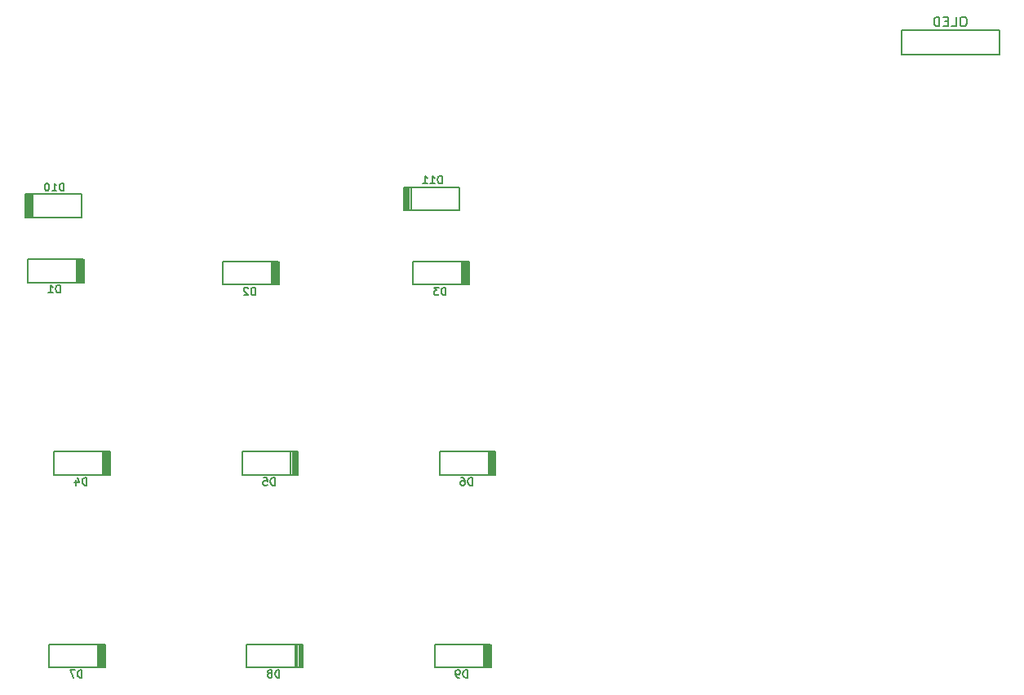
<source format=gbo>
%TF.GenerationSoftware,KiCad,Pcbnew,(5.1.7)-1*%
%TF.CreationDate,2021-05-06T00:37:00-04:00*%
%TF.ProjectId,pot_keeb_rpi,706f745f-6b65-4656-925f-7270692e6b69,rev?*%
%TF.SameCoordinates,Original*%
%TF.FileFunction,Legend,Bot*%
%TF.FilePolarity,Positive*%
%FSLAX46Y46*%
G04 Gerber Fmt 4.6, Leading zero omitted, Abs format (unit mm)*
G04 Created by KiCad (PCBNEW (5.1.7)-1) date 2021-05-06 00:37:00*
%MOMM*%
%LPD*%
G01*
G04 APERTURE LIST*
%ADD10C,0.200000*%
%ADD11C,0.150000*%
G04 APERTURE END LIST*
D10*
%TO.C,D1*%
X74700000Y-82450000D02*
X80500000Y-82450000D01*
X74700000Y-80050000D02*
X74700000Y-82450000D01*
X80500000Y-80050000D02*
X74700000Y-80050000D01*
X80425000Y-80050000D02*
X80425000Y-82450000D01*
X80300000Y-80050000D02*
X80300000Y-82450000D01*
X80525000Y-82450000D02*
X80525000Y-80050000D01*
X80125000Y-80050000D02*
X80125000Y-82450000D01*
X79950000Y-80050000D02*
X79950000Y-82450000D01*
X79775000Y-80050000D02*
X79775000Y-82450000D01*
%TO.C,D2*%
X100025000Y-80300000D02*
X100025000Y-82700000D01*
X100200000Y-80300000D02*
X100200000Y-82700000D01*
X100375000Y-80300000D02*
X100375000Y-82700000D01*
X100775000Y-82700000D02*
X100775000Y-80300000D01*
X100550000Y-80300000D02*
X100550000Y-82700000D01*
X100675000Y-80300000D02*
X100675000Y-82700000D01*
X100750000Y-80300000D02*
X94950000Y-80300000D01*
X94950000Y-80300000D02*
X94950000Y-82700000D01*
X94950000Y-82700000D02*
X100750000Y-82700000D01*
%TO.C,D3*%
X114700000Y-82700000D02*
X120500000Y-82700000D01*
X114700000Y-80300000D02*
X114700000Y-82700000D01*
X120500000Y-80300000D02*
X114700000Y-80300000D01*
X120425000Y-80300000D02*
X120425000Y-82700000D01*
X120300000Y-80300000D02*
X120300000Y-82700000D01*
X120525000Y-82700000D02*
X120525000Y-80300000D01*
X120125000Y-80300000D02*
X120125000Y-82700000D01*
X119950000Y-80300000D02*
X119950000Y-82700000D01*
X119775000Y-80300000D02*
X119775000Y-82700000D01*
%TO.C,D4*%
X82525000Y-100050000D02*
X82525000Y-102450000D01*
X82700000Y-100050000D02*
X82700000Y-102450000D01*
X82875000Y-100050000D02*
X82875000Y-102450000D01*
X83275000Y-102450000D02*
X83275000Y-100050000D01*
X83050000Y-100050000D02*
X83050000Y-102450000D01*
X83175000Y-100050000D02*
X83175000Y-102450000D01*
X83250000Y-100050000D02*
X77450000Y-100050000D01*
X77450000Y-100050000D02*
X77450000Y-102450000D01*
X77450000Y-102450000D02*
X83250000Y-102450000D01*
%TO.C,D5*%
X96950000Y-102450000D02*
X102750000Y-102450000D01*
X96950000Y-100050000D02*
X96950000Y-102450000D01*
X102750000Y-100050000D02*
X96950000Y-100050000D01*
X102675000Y-100050000D02*
X102675000Y-102450000D01*
X102550000Y-100050000D02*
X102550000Y-102450000D01*
X102775000Y-102450000D02*
X102775000Y-100050000D01*
X102375000Y-100050000D02*
X102375000Y-102450000D01*
X102200000Y-100050000D02*
X102200000Y-102450000D01*
X102025000Y-100050000D02*
X102025000Y-102450000D01*
%TO.C,D6*%
X122525000Y-100050000D02*
X122525000Y-102450000D01*
X122700000Y-100050000D02*
X122700000Y-102450000D01*
X122875000Y-100050000D02*
X122875000Y-102450000D01*
X123275000Y-102450000D02*
X123275000Y-100050000D01*
X123050000Y-100050000D02*
X123050000Y-102450000D01*
X123175000Y-100050000D02*
X123175000Y-102450000D01*
X123250000Y-100050000D02*
X117450000Y-100050000D01*
X117450000Y-100050000D02*
X117450000Y-102450000D01*
X117450000Y-102450000D02*
X123250000Y-102450000D01*
%TO.C,D7*%
X76950000Y-122450000D02*
X82750000Y-122450000D01*
X76950000Y-120050000D02*
X76950000Y-122450000D01*
X82750000Y-120050000D02*
X76950000Y-120050000D01*
X82675000Y-120050000D02*
X82675000Y-122450000D01*
X82550000Y-120050000D02*
X82550000Y-122450000D01*
X82775000Y-122450000D02*
X82775000Y-120050000D01*
X82375000Y-120050000D02*
X82375000Y-122450000D01*
X82200000Y-120050000D02*
X82200000Y-122450000D01*
X82025000Y-120050000D02*
X82025000Y-122450000D01*
%TO.C,D8*%
X102525000Y-120050000D02*
X102525000Y-122450000D01*
X102700000Y-120050000D02*
X102700000Y-122450000D01*
X102875000Y-120050000D02*
X102875000Y-122450000D01*
X103275000Y-122450000D02*
X103275000Y-120050000D01*
X103050000Y-120050000D02*
X103050000Y-122450000D01*
X103175000Y-120050000D02*
X103175000Y-122450000D01*
X103250000Y-120050000D02*
X97450000Y-120050000D01*
X97450000Y-120050000D02*
X97450000Y-122450000D01*
X97450000Y-122450000D02*
X103250000Y-122450000D01*
%TO.C,D9*%
X116950000Y-122450000D02*
X122750000Y-122450000D01*
X116950000Y-120050000D02*
X116950000Y-122450000D01*
X122750000Y-120050000D02*
X116950000Y-120050000D01*
X122675000Y-120050000D02*
X122675000Y-122450000D01*
X122550000Y-120050000D02*
X122550000Y-122450000D01*
X122775000Y-122450000D02*
X122775000Y-120050000D01*
X122375000Y-120050000D02*
X122375000Y-122450000D01*
X122200000Y-120050000D02*
X122200000Y-122450000D01*
X122025000Y-120050000D02*
X122025000Y-122450000D01*
%TO.C,D10*%
X75225000Y-75700000D02*
X75225000Y-73300000D01*
X75050000Y-75700000D02*
X75050000Y-73300000D01*
X74875000Y-75700000D02*
X74875000Y-73300000D01*
X74475000Y-73300000D02*
X74475000Y-75700000D01*
X74700000Y-75700000D02*
X74700000Y-73300000D01*
X74575000Y-75700000D02*
X74575000Y-73300000D01*
X74500000Y-75700000D02*
X80300000Y-75700000D01*
X80300000Y-75700000D02*
X80300000Y-73300000D01*
X80300000Y-73300000D02*
X74500000Y-73300000D01*
%TO.C,D11*%
X114475000Y-74950000D02*
X114475000Y-72550000D01*
X114300000Y-74950000D02*
X114300000Y-72550000D01*
X114125000Y-74950000D02*
X114125000Y-72550000D01*
X113725000Y-72550000D02*
X113725000Y-74950000D01*
X113950000Y-74950000D02*
X113950000Y-72550000D01*
X113825000Y-74950000D02*
X113825000Y-72550000D01*
X113750000Y-74950000D02*
X119550000Y-74950000D01*
X119550000Y-74950000D02*
X119550000Y-72550000D01*
X119550000Y-72550000D02*
X113750000Y-72550000D01*
D11*
%TO.C,OL1*%
X175520000Y-58770000D02*
X165360000Y-58770000D01*
X175520000Y-56230000D02*
X165360000Y-56230000D01*
X165360000Y-56230000D02*
X165360000Y-58770000D01*
X175520000Y-58770000D02*
X175520000Y-56230000D01*
%TO.C,D1*%
X78090476Y-83536904D02*
X78090476Y-82736904D01*
X77900000Y-82736904D01*
X77785714Y-82775000D01*
X77709523Y-82851190D01*
X77671428Y-82927380D01*
X77633333Y-83079761D01*
X77633333Y-83194047D01*
X77671428Y-83346428D01*
X77709523Y-83422619D01*
X77785714Y-83498809D01*
X77900000Y-83536904D01*
X78090476Y-83536904D01*
X76871428Y-83536904D02*
X77328571Y-83536904D01*
X77100000Y-83536904D02*
X77100000Y-82736904D01*
X77176190Y-82851190D01*
X77252380Y-82927380D01*
X77328571Y-82965476D01*
%TO.C,D2*%
X98340476Y-83786904D02*
X98340476Y-82986904D01*
X98150000Y-82986904D01*
X98035714Y-83025000D01*
X97959523Y-83101190D01*
X97921428Y-83177380D01*
X97883333Y-83329761D01*
X97883333Y-83444047D01*
X97921428Y-83596428D01*
X97959523Y-83672619D01*
X98035714Y-83748809D01*
X98150000Y-83786904D01*
X98340476Y-83786904D01*
X97578571Y-83063095D02*
X97540476Y-83025000D01*
X97464285Y-82986904D01*
X97273809Y-82986904D01*
X97197619Y-83025000D01*
X97159523Y-83063095D01*
X97121428Y-83139285D01*
X97121428Y-83215476D01*
X97159523Y-83329761D01*
X97616666Y-83786904D01*
X97121428Y-83786904D01*
%TO.C,D3*%
X118090476Y-83786904D02*
X118090476Y-82986904D01*
X117900000Y-82986904D01*
X117785714Y-83025000D01*
X117709523Y-83101190D01*
X117671428Y-83177380D01*
X117633333Y-83329761D01*
X117633333Y-83444047D01*
X117671428Y-83596428D01*
X117709523Y-83672619D01*
X117785714Y-83748809D01*
X117900000Y-83786904D01*
X118090476Y-83786904D01*
X117366666Y-82986904D02*
X116871428Y-82986904D01*
X117138095Y-83291666D01*
X117023809Y-83291666D01*
X116947619Y-83329761D01*
X116909523Y-83367857D01*
X116871428Y-83444047D01*
X116871428Y-83634523D01*
X116909523Y-83710714D01*
X116947619Y-83748809D01*
X117023809Y-83786904D01*
X117252380Y-83786904D01*
X117328571Y-83748809D01*
X117366666Y-83710714D01*
%TO.C,D4*%
X80840476Y-103536904D02*
X80840476Y-102736904D01*
X80650000Y-102736904D01*
X80535714Y-102775000D01*
X80459523Y-102851190D01*
X80421428Y-102927380D01*
X80383333Y-103079761D01*
X80383333Y-103194047D01*
X80421428Y-103346428D01*
X80459523Y-103422619D01*
X80535714Y-103498809D01*
X80650000Y-103536904D01*
X80840476Y-103536904D01*
X79697619Y-103003571D02*
X79697619Y-103536904D01*
X79888095Y-102698809D02*
X80078571Y-103270238D01*
X79583333Y-103270238D01*
%TO.C,D5*%
X100340476Y-103536904D02*
X100340476Y-102736904D01*
X100150000Y-102736904D01*
X100035714Y-102775000D01*
X99959523Y-102851190D01*
X99921428Y-102927380D01*
X99883333Y-103079761D01*
X99883333Y-103194047D01*
X99921428Y-103346428D01*
X99959523Y-103422619D01*
X100035714Y-103498809D01*
X100150000Y-103536904D01*
X100340476Y-103536904D01*
X99159523Y-102736904D02*
X99540476Y-102736904D01*
X99578571Y-103117857D01*
X99540476Y-103079761D01*
X99464285Y-103041666D01*
X99273809Y-103041666D01*
X99197619Y-103079761D01*
X99159523Y-103117857D01*
X99121428Y-103194047D01*
X99121428Y-103384523D01*
X99159523Y-103460714D01*
X99197619Y-103498809D01*
X99273809Y-103536904D01*
X99464285Y-103536904D01*
X99540476Y-103498809D01*
X99578571Y-103460714D01*
%TO.C,D6*%
X120840476Y-103536904D02*
X120840476Y-102736904D01*
X120650000Y-102736904D01*
X120535714Y-102775000D01*
X120459523Y-102851190D01*
X120421428Y-102927380D01*
X120383333Y-103079761D01*
X120383333Y-103194047D01*
X120421428Y-103346428D01*
X120459523Y-103422619D01*
X120535714Y-103498809D01*
X120650000Y-103536904D01*
X120840476Y-103536904D01*
X119697619Y-102736904D02*
X119850000Y-102736904D01*
X119926190Y-102775000D01*
X119964285Y-102813095D01*
X120040476Y-102927380D01*
X120078571Y-103079761D01*
X120078571Y-103384523D01*
X120040476Y-103460714D01*
X120002380Y-103498809D01*
X119926190Y-103536904D01*
X119773809Y-103536904D01*
X119697619Y-103498809D01*
X119659523Y-103460714D01*
X119621428Y-103384523D01*
X119621428Y-103194047D01*
X119659523Y-103117857D01*
X119697619Y-103079761D01*
X119773809Y-103041666D01*
X119926190Y-103041666D01*
X120002380Y-103079761D01*
X120040476Y-103117857D01*
X120078571Y-103194047D01*
%TO.C,D7*%
X80340476Y-123536904D02*
X80340476Y-122736904D01*
X80150000Y-122736904D01*
X80035714Y-122775000D01*
X79959523Y-122851190D01*
X79921428Y-122927380D01*
X79883333Y-123079761D01*
X79883333Y-123194047D01*
X79921428Y-123346428D01*
X79959523Y-123422619D01*
X80035714Y-123498809D01*
X80150000Y-123536904D01*
X80340476Y-123536904D01*
X79616666Y-122736904D02*
X79083333Y-122736904D01*
X79426190Y-123536904D01*
%TO.C,D8*%
X100840476Y-123536904D02*
X100840476Y-122736904D01*
X100650000Y-122736904D01*
X100535714Y-122775000D01*
X100459523Y-122851190D01*
X100421428Y-122927380D01*
X100383333Y-123079761D01*
X100383333Y-123194047D01*
X100421428Y-123346428D01*
X100459523Y-123422619D01*
X100535714Y-123498809D01*
X100650000Y-123536904D01*
X100840476Y-123536904D01*
X99926190Y-123079761D02*
X100002380Y-123041666D01*
X100040476Y-123003571D01*
X100078571Y-122927380D01*
X100078571Y-122889285D01*
X100040476Y-122813095D01*
X100002380Y-122775000D01*
X99926190Y-122736904D01*
X99773809Y-122736904D01*
X99697619Y-122775000D01*
X99659523Y-122813095D01*
X99621428Y-122889285D01*
X99621428Y-122927380D01*
X99659523Y-123003571D01*
X99697619Y-123041666D01*
X99773809Y-123079761D01*
X99926190Y-123079761D01*
X100002380Y-123117857D01*
X100040476Y-123155952D01*
X100078571Y-123232142D01*
X100078571Y-123384523D01*
X100040476Y-123460714D01*
X100002380Y-123498809D01*
X99926190Y-123536904D01*
X99773809Y-123536904D01*
X99697619Y-123498809D01*
X99659523Y-123460714D01*
X99621428Y-123384523D01*
X99621428Y-123232142D01*
X99659523Y-123155952D01*
X99697619Y-123117857D01*
X99773809Y-123079761D01*
%TO.C,D9*%
X120340476Y-123536904D02*
X120340476Y-122736904D01*
X120150000Y-122736904D01*
X120035714Y-122775000D01*
X119959523Y-122851190D01*
X119921428Y-122927380D01*
X119883333Y-123079761D01*
X119883333Y-123194047D01*
X119921428Y-123346428D01*
X119959523Y-123422619D01*
X120035714Y-123498809D01*
X120150000Y-123536904D01*
X120340476Y-123536904D01*
X119502380Y-123536904D02*
X119350000Y-123536904D01*
X119273809Y-123498809D01*
X119235714Y-123460714D01*
X119159523Y-123346428D01*
X119121428Y-123194047D01*
X119121428Y-122889285D01*
X119159523Y-122813095D01*
X119197619Y-122775000D01*
X119273809Y-122736904D01*
X119426190Y-122736904D01*
X119502380Y-122775000D01*
X119540476Y-122813095D01*
X119578571Y-122889285D01*
X119578571Y-123079761D01*
X119540476Y-123155952D01*
X119502380Y-123194047D01*
X119426190Y-123232142D01*
X119273809Y-123232142D01*
X119197619Y-123194047D01*
X119159523Y-123155952D01*
X119121428Y-123079761D01*
%TO.C,D10*%
X78471428Y-72936904D02*
X78471428Y-72136904D01*
X78280952Y-72136904D01*
X78166666Y-72175000D01*
X78090476Y-72251190D01*
X78052380Y-72327380D01*
X78014285Y-72479761D01*
X78014285Y-72594047D01*
X78052380Y-72746428D01*
X78090476Y-72822619D01*
X78166666Y-72898809D01*
X78280952Y-72936904D01*
X78471428Y-72936904D01*
X77252380Y-72936904D02*
X77709523Y-72936904D01*
X77480952Y-72936904D02*
X77480952Y-72136904D01*
X77557142Y-72251190D01*
X77633333Y-72327380D01*
X77709523Y-72365476D01*
X76757142Y-72136904D02*
X76680952Y-72136904D01*
X76604761Y-72175000D01*
X76566666Y-72213095D01*
X76528571Y-72289285D01*
X76490476Y-72441666D01*
X76490476Y-72632142D01*
X76528571Y-72784523D01*
X76566666Y-72860714D01*
X76604761Y-72898809D01*
X76680952Y-72936904D01*
X76757142Y-72936904D01*
X76833333Y-72898809D01*
X76871428Y-72860714D01*
X76909523Y-72784523D01*
X76947619Y-72632142D01*
X76947619Y-72441666D01*
X76909523Y-72289285D01*
X76871428Y-72213095D01*
X76833333Y-72175000D01*
X76757142Y-72136904D01*
%TO.C,D11*%
X117721428Y-72186904D02*
X117721428Y-71386904D01*
X117530952Y-71386904D01*
X117416666Y-71425000D01*
X117340476Y-71501190D01*
X117302380Y-71577380D01*
X117264285Y-71729761D01*
X117264285Y-71844047D01*
X117302380Y-71996428D01*
X117340476Y-72072619D01*
X117416666Y-72148809D01*
X117530952Y-72186904D01*
X117721428Y-72186904D01*
X116502380Y-72186904D02*
X116959523Y-72186904D01*
X116730952Y-72186904D02*
X116730952Y-71386904D01*
X116807142Y-71501190D01*
X116883333Y-71577380D01*
X116959523Y-71615476D01*
X115740476Y-72186904D02*
X116197619Y-72186904D01*
X115969047Y-72186904D02*
X115969047Y-71386904D01*
X116045238Y-71501190D01*
X116121428Y-71577380D01*
X116197619Y-71615476D01*
%TO.C,OL1*%
X171902380Y-54852380D02*
X171711904Y-54852380D01*
X171616666Y-54900000D01*
X171521428Y-54995238D01*
X171473809Y-55185714D01*
X171473809Y-55519047D01*
X171521428Y-55709523D01*
X171616666Y-55804761D01*
X171711904Y-55852380D01*
X171902380Y-55852380D01*
X171997619Y-55804761D01*
X172092857Y-55709523D01*
X172140476Y-55519047D01*
X172140476Y-55185714D01*
X172092857Y-54995238D01*
X171997619Y-54900000D01*
X171902380Y-54852380D01*
X170569047Y-55852380D02*
X171045238Y-55852380D01*
X171045238Y-54852380D01*
X170235714Y-55328571D02*
X169902380Y-55328571D01*
X169759523Y-55852380D02*
X170235714Y-55852380D01*
X170235714Y-54852380D01*
X169759523Y-54852380D01*
X169330952Y-55852380D02*
X169330952Y-54852380D01*
X169092857Y-54852380D01*
X168950000Y-54900000D01*
X168854761Y-54995238D01*
X168807142Y-55090476D01*
X168759523Y-55280952D01*
X168759523Y-55423809D01*
X168807142Y-55614285D01*
X168854761Y-55709523D01*
X168950000Y-55804761D01*
X169092857Y-55852380D01*
X169330952Y-55852380D01*
%TD*%
M02*

</source>
